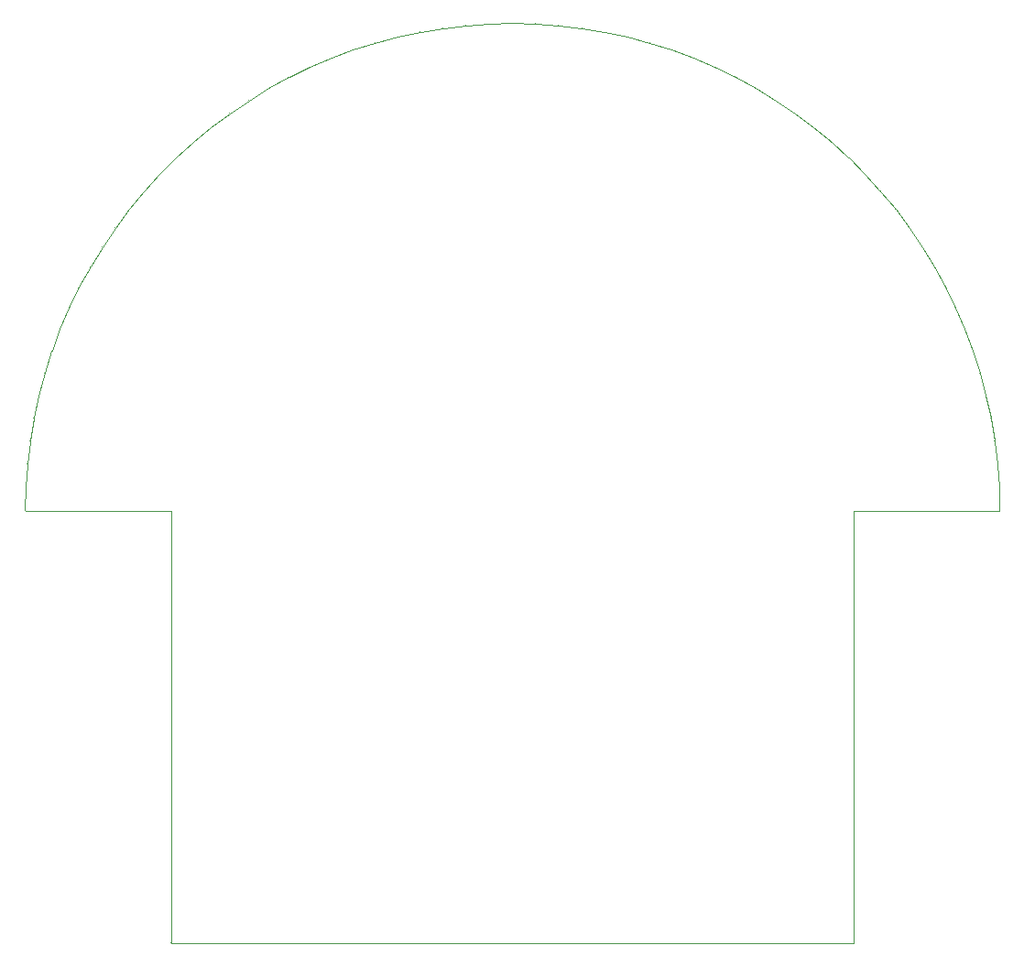
<source format=gbo>
%FSLAX25Y25*%
%MOIN*%
G70*
G01*
G75*
G04 Layer_Color=32896*
%ADD10R,0.03189X0.06299*%
%ADD11R,0.08268X0.11811*%
G04:AMPARAMS|DCode=12|XSize=98.43mil|YSize=196.85mil|CornerRadius=24.61mil|HoleSize=0mil|Usage=FLASHONLY|Rotation=180.000|XOffset=0mil|YOffset=0mil|HoleType=Round|Shape=RoundedRectangle|*
%AMROUNDEDRECTD12*
21,1,0.09843,0.14764,0,0,180.0*
21,1,0.04921,0.19685,0,0,180.0*
1,1,0.04921,-0.02461,0.07382*
1,1,0.04921,0.02461,0.07382*
1,1,0.04921,0.02461,-0.07382*
1,1,0.04921,-0.02461,-0.07382*
%
%ADD12ROUNDEDRECTD12*%
%ADD13C,0.05906*%
%ADD14R,0.07087X0.07087*%
%ADD15O,0.00984X0.03543*%
%ADD16O,0.03543X0.00984*%
G04:AMPARAMS|DCode=17|XSize=11.81mil|YSize=47.24mil|CornerRadius=2.95mil|HoleSize=0mil|Usage=FLASHONLY|Rotation=180.000|XOffset=0mil|YOffset=0mil|HoleType=Round|Shape=RoundedRectangle|*
%AMROUNDEDRECTD17*
21,1,0.01181,0.04134,0,0,180.0*
21,1,0.00591,0.04724,0,0,180.0*
1,1,0.00591,-0.00295,0.02067*
1,1,0.00591,0.00295,0.02067*
1,1,0.00591,0.00295,-0.02067*
1,1,0.00591,-0.00295,-0.02067*
%
%ADD17ROUNDEDRECTD17*%
G04:AMPARAMS|DCode=18|XSize=11.81mil|YSize=47.24mil|CornerRadius=2.95mil|HoleSize=0mil|Usage=FLASHONLY|Rotation=90.000|XOffset=0mil|YOffset=0mil|HoleType=Round|Shape=RoundedRectangle|*
%AMROUNDEDRECTD18*
21,1,0.01181,0.04134,0,0,90.0*
21,1,0.00591,0.04724,0,0,90.0*
1,1,0.00591,0.02067,0.00295*
1,1,0.00591,0.02067,-0.00295*
1,1,0.00591,-0.02067,-0.00295*
1,1,0.00591,-0.02067,0.00295*
%
%ADD18ROUNDEDRECTD18*%
G04:AMPARAMS|DCode=19|XSize=41.34mil|YSize=47.24mil|CornerRadius=10.34mil|HoleSize=0mil|Usage=FLASHONLY|Rotation=180.000|XOffset=0mil|YOffset=0mil|HoleType=Round|Shape=RoundedRectangle|*
%AMROUNDEDRECTD19*
21,1,0.04134,0.02658,0,0,180.0*
21,1,0.02067,0.04724,0,0,180.0*
1,1,0.02067,-0.01034,0.01329*
1,1,0.02067,0.01034,0.01329*
1,1,0.02067,0.01034,-0.01329*
1,1,0.02067,-0.01034,-0.01329*
%
%ADD19ROUNDEDRECTD19*%
G04:AMPARAMS|DCode=20|XSize=41.34mil|YSize=47.24mil|CornerRadius=10.34mil|HoleSize=0mil|Usage=FLASHONLY|Rotation=270.000|XOffset=0mil|YOffset=0mil|HoleType=Round|Shape=RoundedRectangle|*
%AMROUNDEDRECTD20*
21,1,0.04134,0.02658,0,0,270.0*
21,1,0.02067,0.04724,0,0,270.0*
1,1,0.02067,-0.01329,-0.01034*
1,1,0.02067,-0.01329,0.01034*
1,1,0.02067,0.01329,0.01034*
1,1,0.02067,0.01329,-0.01034*
%
%ADD20ROUNDEDRECTD20*%
G04:AMPARAMS|DCode=21|XSize=21.65mil|YSize=39.37mil|CornerRadius=5.41mil|HoleSize=0mil|Usage=FLASHONLY|Rotation=270.000|XOffset=0mil|YOffset=0mil|HoleType=Round|Shape=RoundedRectangle|*
%AMROUNDEDRECTD21*
21,1,0.02165,0.02854,0,0,270.0*
21,1,0.01083,0.03937,0,0,270.0*
1,1,0.01083,-0.01427,-0.00541*
1,1,0.01083,-0.01427,0.00541*
1,1,0.01083,0.01427,0.00541*
1,1,0.01083,0.01427,-0.00541*
%
%ADD21ROUNDEDRECTD21*%
%ADD22C,0.01575*%
%ADD23C,0.00787*%
%ADD24C,0.00394*%
%ADD25C,0.00394*%
%ADD26O,0.07087X0.06299*%
G04:AMPARAMS|DCode=27|XSize=37.4mil|YSize=37.4mil|CornerRadius=9.35mil|HoleSize=0mil|Usage=FLASHONLY|Rotation=90.000|XOffset=0mil|YOffset=0mil|HoleType=Round|Shape=RoundedRectangle|*
%AMROUNDEDRECTD27*
21,1,0.03740,0.01870,0,0,90.0*
21,1,0.01870,0.03740,0,0,90.0*
1,1,0.01870,0.00935,0.00935*
1,1,0.01870,0.00935,-0.00935*
1,1,0.01870,-0.00935,-0.00935*
1,1,0.01870,-0.00935,0.00935*
%
%ADD27ROUNDEDRECTD27*%
%ADD28C,0.03740*%
%ADD29C,0.01969*%
%ADD30C,0.03937*%
%ADD31C,0.00984*%
%ADD32C,0.01000*%
%ADD33R,0.03989X0.07099*%
%ADD34R,0.09068X0.12611*%
G04:AMPARAMS|DCode=35|XSize=106.42mil|YSize=204.85mil|CornerRadius=28.61mil|HoleSize=0mil|Usage=FLASHONLY|Rotation=180.000|XOffset=0mil|YOffset=0mil|HoleType=Round|Shape=RoundedRectangle|*
%AMROUNDEDRECTD35*
21,1,0.10642,0.14764,0,0,180.0*
21,1,0.04921,0.20485,0,0,180.0*
1,1,0.05721,-0.02461,0.07382*
1,1,0.05721,0.02461,0.07382*
1,1,0.05721,0.02461,-0.07382*
1,1,0.05721,-0.02461,-0.07382*
%
%ADD35ROUNDEDRECTD35*%
%ADD36C,0.06706*%
%ADD37R,0.07887X0.07887*%
%ADD38O,0.01784X0.04343*%
%ADD39O,0.04343X0.01784*%
G04:AMPARAMS|DCode=40|XSize=19.81mil|YSize=55.24mil|CornerRadius=6.95mil|HoleSize=0mil|Usage=FLASHONLY|Rotation=180.000|XOffset=0mil|YOffset=0mil|HoleType=Round|Shape=RoundedRectangle|*
%AMROUNDEDRECTD40*
21,1,0.01981,0.04134,0,0,180.0*
21,1,0.00591,0.05524,0,0,180.0*
1,1,0.01391,-0.00295,0.02067*
1,1,0.01391,0.00295,0.02067*
1,1,0.01391,0.00295,-0.02067*
1,1,0.01391,-0.00295,-0.02067*
%
%ADD40ROUNDEDRECTD40*%
G04:AMPARAMS|DCode=41|XSize=19.81mil|YSize=55.24mil|CornerRadius=6.95mil|HoleSize=0mil|Usage=FLASHONLY|Rotation=90.000|XOffset=0mil|YOffset=0mil|HoleType=Round|Shape=RoundedRectangle|*
%AMROUNDEDRECTD41*
21,1,0.01981,0.04134,0,0,90.0*
21,1,0.00591,0.05524,0,0,90.0*
1,1,0.01391,0.02067,0.00295*
1,1,0.01391,0.02067,-0.00295*
1,1,0.01391,-0.02067,-0.00295*
1,1,0.01391,-0.02067,0.00295*
%
%ADD41ROUNDEDRECTD41*%
G04:AMPARAMS|DCode=42|XSize=49.34mil|YSize=55.24mil|CornerRadius=14.34mil|HoleSize=0mil|Usage=FLASHONLY|Rotation=180.000|XOffset=0mil|YOffset=0mil|HoleType=Round|Shape=RoundedRectangle|*
%AMROUNDEDRECTD42*
21,1,0.04934,0.02658,0,0,180.0*
21,1,0.02067,0.05524,0,0,180.0*
1,1,0.02867,-0.01034,0.01329*
1,1,0.02867,0.01034,0.01329*
1,1,0.02867,0.01034,-0.01329*
1,1,0.02867,-0.01034,-0.01329*
%
%ADD42ROUNDEDRECTD42*%
G04:AMPARAMS|DCode=43|XSize=49.34mil|YSize=55.24mil|CornerRadius=14.34mil|HoleSize=0mil|Usage=FLASHONLY|Rotation=270.000|XOffset=0mil|YOffset=0mil|HoleType=Round|Shape=RoundedRectangle|*
%AMROUNDEDRECTD43*
21,1,0.04934,0.02658,0,0,270.0*
21,1,0.02067,0.05524,0,0,270.0*
1,1,0.02867,-0.01329,-0.01034*
1,1,0.02867,-0.01329,0.01034*
1,1,0.02867,0.01329,0.01034*
1,1,0.02867,0.01329,-0.01034*
%
%ADD43ROUNDEDRECTD43*%
G04:AMPARAMS|DCode=44|XSize=29.65mil|YSize=47.37mil|CornerRadius=9.41mil|HoleSize=0mil|Usage=FLASHONLY|Rotation=270.000|XOffset=0mil|YOffset=0mil|HoleType=Round|Shape=RoundedRectangle|*
%AMROUNDEDRECTD44*
21,1,0.02965,0.02854,0,0,270.0*
21,1,0.01083,0.04737,0,0,270.0*
1,1,0.01883,-0.01427,-0.00541*
1,1,0.01883,-0.01427,0.00541*
1,1,0.01883,0.01427,0.00541*
1,1,0.01883,0.01427,-0.00541*
%
%ADD44ROUNDEDRECTD44*%
%ADD45O,0.07887X0.07099*%
G04:AMPARAMS|DCode=46|XSize=45.4mil|YSize=45.4mil|CornerRadius=13.35mil|HoleSize=0mil|Usage=FLASHONLY|Rotation=90.000|XOffset=0mil|YOffset=0mil|HoleType=Round|Shape=RoundedRectangle|*
%AMROUNDEDRECTD46*
21,1,0.04540,0.01870,0,0,90.0*
21,1,0.01870,0.04540,0,0,90.0*
1,1,0.02670,0.00935,0.00935*
1,1,0.02670,0.00935,-0.00935*
1,1,0.02670,-0.00935,-0.00935*
1,1,0.02670,-0.00935,0.00935*
%
%ADD46ROUNDEDRECTD46*%
%ADD47C,0.04540*%
%ADD48C,0.02769*%
D24*
X95893Y306684D02*
G03*
X95885Y306690I-110J-163D01*
G01*
X95894Y306684D02*
G03*
X95885Y306690I-111J-162D01*
G01*
X88685Y311078D02*
G03*
X88677Y311083I-103J-168D01*
G01*
X102884Y301953D02*
G03*
X102876Y301958I-118J-158D01*
G01*
X102884Y301953D02*
G03*
X102875Y301959I-118J-158D01*
G01*
X81269Y315128D02*
G03*
X81267Y315129I-87J-177D01*
G01*
X81276Y315124D02*
G03*
X81269Y315128I-94J-173D01*
G01*
X81276Y315124D02*
G03*
X81268Y315128I-94J-173D01*
G01*
X73682Y318813D02*
G03*
X73675Y318817I-85J-178D01*
G01*
X73684Y318812D02*
G03*
X73682Y318813I-87J-177D01*
G01*
X73683Y318813D02*
G03*
X73675Y318817I-86J-177D01*
G01*
X88685Y311078D02*
G03*
X88677Y311083I-103J-168D01*
G01*
X122397Y285840D02*
G03*
X122390Y285847I-139J-139D01*
G01*
X128366Y279872D02*
G03*
X128360Y279878I-145J-133D01*
G01*
X128367Y279870D02*
G03*
X128366Y279872I-146J-132D01*
G01*
X122391Y285846D02*
G03*
X122390Y285847I-133J-145D01*
G01*
X122397Y285840D02*
G03*
X122391Y285846I-139J-139D01*
G01*
X134045Y273624D02*
G03*
X134038Y273631I-152J-125D01*
G01*
X128366Y279871D02*
G03*
X128360Y279878I-146J-132D01*
G01*
X109642Y296894D02*
G03*
X109634Y296899I-125J-152D01*
G01*
X109642Y296894D02*
G03*
X109634Y296899I-125J-152D01*
G01*
X116150Y291519D02*
G03*
X116144Y291525I-132J-146D01*
G01*
X116152Y291518D02*
G03*
X116150Y291519I-133J-145D01*
G01*
X116151Y291519D02*
G03*
X116144Y291525I-132J-146D01*
G01*
X25247Y333036D02*
G03*
X25236Y333038I-34J-194D01*
G01*
X25246Y333037D02*
G03*
X25236Y333038I-33J-194D01*
G01*
X16864Y334039D02*
G03*
X16855Y334040I-23J-196D01*
G01*
X33570Y331637D02*
G03*
X33561Y331638I-42J-192D01*
G01*
X33571Y331637D02*
G03*
X33570Y331637I-42J-192D01*
G01*
X33571Y331637D02*
G03*
X33560Y331639I-42J-192D01*
G01*
X8444Y334641D02*
G03*
X8433Y334642I-14J-196D01*
G01*
X8444Y334641D02*
G03*
X8434Y334642I-14J-196D01*
G01*
X6Y334842D02*
G03*
X-5Y334843I-6J-197D01*
G01*
X16864Y334039D02*
G03*
X16855Y334040I-23J-196D01*
G01*
X58013Y325086D02*
G03*
X58005Y325089I-68J-185D01*
G01*
X58015Y325086D02*
G03*
X58013Y325086I-69J-184D01*
G01*
X65923Y322136D02*
G03*
X65914Y322140I-78J-181D01*
G01*
X58014Y325086D02*
G03*
X58005Y325089I-69J-184D01*
G01*
X65915Y322139D02*
G03*
X65914Y322140I-69J-184D01*
G01*
X65923Y322136D02*
G03*
X65915Y322139I-78J-181D01*
G01*
X41819Y329842D02*
G03*
X41810Y329844I-51J-190D01*
G01*
X41820Y329842D02*
G03*
X41819Y329842I-51J-190D01*
G01*
X41819Y329842D02*
G03*
X41810Y329844I-51J-190D01*
G01*
X49973Y327657D02*
G03*
X49964Y327660I-60J-188D01*
G01*
X49964Y327659D02*
G03*
X49964Y327660I-51J-190D01*
G01*
X49973Y327657D02*
G03*
X49964Y327659I-60J-188D01*
G01*
X172364Y199291D02*
G03*
X172362Y199300I-192J-42D01*
G01*
X172364Y199290D02*
G03*
X172364Y199291I-192J-42D01*
G01*
X170179Y207445D02*
G03*
X170176Y207454I-190J-51D01*
G01*
X170179Y207444D02*
G03*
X170179Y207445I-190J-51D01*
G01*
X172362Y199299D02*
G03*
X172362Y199300I-190J-51D01*
G01*
X172364Y199291D02*
G03*
X172362Y199299I-192J-42D01*
G01*
X174158Y191041D02*
G03*
X174156Y191051I-194J-32D01*
G01*
X174158Y191042D02*
G03*
X174156Y191051I-194J-33D01*
G01*
X167609Y215485D02*
G03*
X167606Y215494I-188J-60D01*
G01*
X167606Y215494D02*
G03*
X167606Y215495I-185J-68D01*
G01*
X167609Y215485D02*
G03*
X167606Y215494I-188J-60D01*
G01*
X164659Y223395D02*
G03*
X164656Y223404I-184J-69D01*
G01*
X164659Y223394D02*
G03*
X164659Y223395I-185J-68D01*
G01*
X170179Y207445D02*
G03*
X170176Y207454I-190J-51D01*
G01*
X177162Y165914D02*
G03*
X177161Y165924I-197J-3D01*
G01*
X177162Y165910D02*
G03*
X177162Y165914I-197J0D01*
G01*
X176560Y174335D02*
G03*
X176559Y174344I-196J-14D01*
G01*
X177162Y165915D02*
G03*
X177161Y165924I-197J-5D01*
G01*
X177362Y157480D02*
G03*
X177362Y157485I-197J0D01*
G01*
X177362Y157480D02*
G03*
X177362Y157486I-197J0D01*
G01*
X177165Y157283D02*
G03*
X177362Y157480I0J197D01*
G01*
X177165Y157283D02*
G03*
X177362Y157480I0J197D01*
G01*
X175558Y182717D02*
G03*
X175556Y182726I-196J-23D01*
G01*
X176560Y174335D02*
G03*
X176559Y174344I-196J-14D01*
G01*
X175558Y182717D02*
G03*
X175556Y182727I-196J-23D01*
G01*
X149209Y253366D02*
G03*
X149203Y253375I-168J-103D01*
G01*
X149209Y253366D02*
G03*
X149204Y253374I-168J-103D01*
G01*
X144478Y260356D02*
G03*
X144472Y260364I-164J-109D01*
G01*
X153603Y246157D02*
G03*
X153598Y246165I-173J-94D01*
G01*
X153603Y246157D02*
G03*
X153598Y246165I-173J-94D01*
G01*
X139419Y267115D02*
G03*
X139413Y267122I-158J-118D01*
G01*
X139419Y267115D02*
G03*
X139413Y267122I-158J-118D01*
G01*
X134039Y273631D02*
G03*
X134038Y273632I-146J-132D01*
G01*
X134045Y273624D02*
G03*
X134039Y273631I-152J-125D01*
G01*
X144478Y260357D02*
G03*
X144472Y260364I-163J-110D01*
G01*
X161333Y231163D02*
G03*
X161332Y231164I-178J-85D01*
G01*
X161336Y231155D02*
G03*
X161333Y231163I-181J-78D01*
G01*
X161336Y231155D02*
G03*
X161332Y231164I-181J-78D01*
G01*
X157648Y238749D02*
G03*
X157644Y238757I-177J-87D01*
G01*
X157648Y238747D02*
G03*
X157648Y238749I-178J-85D01*
G01*
X164659Y223395D02*
G03*
X164656Y223404I-184J-69D01*
G01*
X157648Y238748D02*
G03*
X157644Y238757I-177J-86D01*
G01*
X124016Y-197D02*
G03*
X124213Y0I0J197D01*
G01*
X124016Y-197D02*
G03*
X124213Y0I0J197D01*
G01*
X5Y334843D02*
G03*
X-6Y334842I-5J-197D01*
G01*
X-8433Y334642D02*
G03*
X-8444Y334641I3J-197D01*
G01*
X-8435Y334642D02*
G03*
X-8444Y334641I5J-197D01*
G01*
X-16855Y334040D02*
G03*
X-16864Y334039I14J-196D01*
G01*
X-16855Y334040D02*
G03*
X-16864Y334039I14J-196D01*
G01*
X-25237Y333038D02*
G03*
X-25246Y333037I23J-196D01*
G01*
X-25237Y333038D02*
G03*
X-25247Y333036I23J-196D01*
G01*
X-33560Y331639D02*
G03*
X-33571Y331637I32J-194D01*
G01*
X-33562Y331638D02*
G03*
X-33571Y331637I33J-194D01*
G01*
X-41810Y329844D02*
G03*
X-41819Y329842I42J-192D01*
G01*
X-41819Y329842D02*
G03*
X-41820Y329842I51J-190D01*
G01*
X-41810Y329844D02*
G03*
X-41819Y329842I42J-192D01*
G01*
X-49965Y327659D02*
G03*
X-49973Y327657I51J-190D01*
G01*
X-49964Y327660D02*
G03*
X-49965Y327659I51J-190D01*
G01*
X-49964Y327660D02*
G03*
X-49973Y327657I51J-190D01*
G01*
X-58005Y325089D02*
G03*
X-58014Y325086I60J-188D01*
G01*
X-58013Y325086D02*
G03*
X-58015Y325086I68J-185D01*
G01*
X-58005Y325089D02*
G03*
X-58013Y325086I60J-188D01*
G01*
X-65915Y322139D02*
G03*
X-65923Y322136I69J-184D01*
G01*
X-65914Y322140D02*
G03*
X-65915Y322139I68J-185D01*
G01*
X-65915Y322139D02*
G03*
X-65923Y322136I69J-184D01*
G01*
X-73675Y318817D02*
G03*
X-73683Y318813I78J-181D01*
G01*
X-73682Y318813D02*
G03*
X-73684Y318812I85J-178D01*
G01*
X-73675Y318817D02*
G03*
X-73682Y318813I78J-181D01*
G01*
X-81269Y315128D02*
G03*
X-81276Y315124I87J-177D01*
G01*
X-81267Y315129D02*
G03*
X-81269Y315128I85J-178D01*
G01*
X-81268Y315128D02*
G03*
X-81276Y315124I86J-177D01*
G01*
X-88677Y311083D02*
G03*
X-88685Y311078I94J-173D01*
G01*
X-88677Y311083D02*
G03*
X-88685Y311078I94J-173D01*
G01*
X-95885Y306689D02*
G03*
X-95893Y306684I103J-168D01*
G01*
X-95885Y306689D02*
G03*
X-95894Y306684I103J-168D01*
G01*
X-102875Y301959D02*
G03*
X-102884Y301953I109J-164D01*
G01*
X-102876Y301958D02*
G03*
X-102884Y301953I110J-163D01*
G01*
X-109634Y296899D02*
G03*
X-109642Y296894I118J-158D01*
G01*
X-109634Y296899D02*
G03*
X-109642Y296894I118J-158D01*
G01*
X-116144Y291525D02*
G03*
X-116151Y291519I125J-152D01*
G01*
X-116150Y291519D02*
G03*
X-116152Y291518I132J-146D01*
G01*
X-116144Y291525D02*
G03*
X-116150Y291519I125J-152D01*
G01*
X-122391Y285846D02*
G03*
X-122397Y285840I133J-145D01*
G01*
X-122390Y285847D02*
G03*
X-122391Y285846I132J-146D01*
G01*
X-122391Y285847D02*
G03*
X-122397Y285840I132J-146D01*
G01*
X-128360Y279878D02*
G03*
X-128366Y279871I139J-139D01*
G01*
X-128366Y279872D02*
G03*
X-128367Y279870I145J-133D01*
G01*
X-128360Y279878D02*
G03*
X-128366Y279872I139J-139D01*
G01*
X-134039Y273631D02*
G03*
X-134045Y273624I146J-132D01*
G01*
X-134038Y273632D02*
G03*
X-134039Y273631I145J-133D01*
G01*
X-134038Y273631D02*
G03*
X-134045Y273624I146J-132D01*
G01*
X-139413Y267122D02*
G03*
X-139419Y267115I152J-125D01*
G01*
X-139413Y267122D02*
G03*
X-139419Y267115I152J-125D01*
G01*
X-144472Y260364D02*
G03*
X-144478Y260357I158J-118D01*
G01*
X-144472Y260364D02*
G03*
X-144478Y260356I158J-118D01*
G01*
X-149203Y253375D02*
G03*
X-149209Y253366I162J-111D01*
G01*
X-149204Y253374D02*
G03*
X-149209Y253366I163J-110D01*
G01*
X-153598Y246165D02*
G03*
X-153603Y246157I168J-103D01*
G01*
X-153598Y246165D02*
G03*
X-153603Y246157I168J-103D01*
G01*
X-124213Y-0D02*
G03*
X-124016Y-197I197J0D01*
G01*
X-124213Y-0D02*
G03*
X-124016Y-197I197J0D01*
G01*
X-157644Y238756D02*
G03*
X-157648Y238748I173J-94D01*
G01*
X-157648Y238749D02*
G03*
X-157649Y238747I177J-87D01*
G01*
X-157644Y238756D02*
G03*
X-157648Y238749I173J-94D01*
G01*
X-161333Y231163D02*
G03*
X-161336Y231155I178J-85D01*
G01*
X-161332Y231164D02*
G03*
X-161333Y231163I177J-87D01*
G01*
X-161332Y231164D02*
G03*
X-161336Y231155I177J-86D01*
G01*
X-164656Y223404D02*
G03*
X-164659Y223395I181J-78D01*
G01*
X-164659Y223395D02*
G03*
X-164659Y223394I184J-69D01*
G01*
X-164656Y223404D02*
G03*
X-164659Y223395I181J-78D01*
G01*
X-167606Y215494D02*
G03*
X-167609Y215485I185J-68D01*
G01*
X-167606Y215495D02*
G03*
X-167606Y215494I184J-69D01*
G01*
X-167606Y215494D02*
G03*
X-167609Y215485I184J-69D01*
G01*
X-170177Y207453D02*
G03*
X-170179Y207445I188J-60D01*
G01*
X-170179Y207445D02*
G03*
X-170179Y207444I190J-51D01*
G01*
X-170177Y207453D02*
G03*
X-170179Y207445I188J-60D01*
G01*
X-172362Y199299D02*
G03*
X-172364Y199291I190J-51D01*
G01*
X-172362Y199300D02*
G03*
X-172362Y199299I190J-51D01*
G01*
X-172364Y199291D02*
G03*
X-172364Y199290I192J-42D01*
G01*
X-172362Y199300D02*
G03*
X-172364Y199291I190J-51D01*
G01*
X-174156Y191051D02*
G03*
X-174158Y191042I192J-42D01*
G01*
X-174156Y191051D02*
G03*
X-174158Y191041I192J-42D01*
G01*
X-175556Y182727D02*
G03*
X-175558Y182717I194J-34D01*
G01*
X-175556Y182726D02*
G03*
X-175558Y182717I194J-33D01*
G01*
X-176559Y174344D02*
G03*
X-176560Y174335I196J-23D01*
G01*
X-176559Y174344D02*
G03*
X-176560Y174335I196J-23D01*
G01*
X-177161Y165924D02*
G03*
X-177162Y165915I196J-14D01*
G01*
X-177161Y165924D02*
G03*
X-177162Y165914I196J-14D01*
G01*
X-177362Y157485D02*
G03*
X-177165Y157283I197J-5D01*
G01*
X-177362Y157486D02*
G03*
X-177165Y157283I197J-6D01*
G01*
X88685Y311078D02*
X95885Y306690D01*
X102884Y301953D02*
X109634Y296899D01*
X102875Y301959D02*
X102876Y301958D01*
X95894Y306684D02*
X102875Y301959D01*
X95893Y306684D02*
X95894Y306684D01*
X81268Y315128D02*
X81269Y315128D01*
X81267Y315129D02*
X81268Y315128D01*
X73684Y318812D02*
X81267Y315129D01*
X73683Y318813D02*
X73684Y318812D01*
X73682Y318813D02*
X73683Y318813D01*
X81276Y315124D02*
X88677Y311083D01*
X122397Y285840D02*
X128360Y279878D01*
X122390Y285847D02*
X122391Y285846D01*
X122390Y285847D02*
X122390Y285847D01*
X116152Y291518D02*
X122390Y285847D01*
X116151Y291519D02*
X116152Y291518D01*
X116150Y291519D02*
X116151Y291519D01*
X128366Y279872D02*
X128366Y279871D01*
X128367Y279870D01*
X134038Y273632D01*
X134038Y273631D01*
X134039Y273631D01*
X109642Y296894D02*
X116144Y291525D01*
X16864Y334039D02*
X25236Y333038D01*
X41810Y329844D02*
X41810Y329844D01*
X41810Y329844D02*
X41810Y329844D01*
X33571Y331637D02*
X41810Y329844D01*
X33571Y331637D02*
X33571Y331637D01*
X33570Y331637D02*
X33571Y331637D01*
X33560Y331639D02*
X33561Y331638D01*
X25247Y333036D02*
X33560Y331639D01*
X25246Y333037D02*
X25247Y333036D01*
X8433Y334642D02*
X8434Y334642D01*
X6Y334842D02*
X8433Y334642D01*
X5Y334843D02*
X6Y334842D01*
X8444Y334641D02*
X16855Y334040D01*
X65914Y322140D02*
X65915Y322139D01*
X65914Y322140D02*
X65914Y322140D01*
X58015Y325086D02*
X65914Y322140D01*
X58014Y325086D02*
X58015Y325086D01*
X58013Y325086D02*
X58014Y325086D01*
X49973Y327657D02*
X58005Y325089D01*
X65923Y322136D02*
X73675Y318817D01*
X49964Y327660D02*
X49964Y327659D01*
X49964Y327660D02*
X49964Y327660D01*
X41820Y329842D02*
X49964Y327660D01*
X41819Y329842D02*
X41820Y329842D01*
X41819Y329842D02*
X41819Y329842D01*
X172364Y199291D02*
X172364Y199291D01*
X172364Y199290D01*
X174156Y191051D01*
X174156Y191051D01*
X174156Y191051D01*
X170179Y207445D02*
X170179Y207445D01*
X170179Y207444D01*
X172362Y199300D01*
X172362Y199300D01*
X172362Y199299D01*
X174158Y191042D02*
X174158Y191041D01*
X175556Y182727D01*
X175556Y182726D01*
X164659Y223395D02*
X164659Y223395D01*
X164659Y223394D01*
X167606Y215495D01*
X167606Y215494D01*
X167606Y215494D01*
X167609Y215485D02*
X170176Y207454D01*
X177162Y165915D02*
X177162Y165914D01*
X177362Y157486D01*
X177362Y157485D01*
X176560Y174335D02*
X177161Y165924D01*
X175558Y182717D02*
X176559Y174344D01*
X124213Y157283D02*
X177165Y157283D01*
X144478Y260357D02*
X144478Y260356D01*
X149203Y253375D01*
X149204Y253374D01*
X149209Y253366D02*
X153598Y246165D01*
X134045Y273624D02*
X139413Y267122D01*
X139419Y267115D02*
X144472Y260364D01*
X157648Y238749D02*
X157648Y238748D01*
X157648Y238747D01*
X161332Y231164D01*
X161332Y231164D01*
X161333Y231163D01*
X161336Y231155D02*
X164656Y223404D01*
X153603Y246157D02*
X157644Y238757D01*
X124213Y0D02*
Y157283D01*
X-6Y334842D02*
X-5Y334843D01*
X-8433Y334642D02*
X-6Y334842D01*
X-8435Y334642D02*
X-8433Y334642D01*
X-16855Y334040D02*
X-8444Y334641D01*
X-25237Y333038D02*
X-16864Y334039D01*
X-25247Y333036D02*
X-25246Y333037D01*
X-33560Y331639D02*
X-25247Y333036D01*
X-33562Y331638D02*
X-33560Y331639D01*
X-41810Y329844D02*
X-33571Y331637D01*
X-41819Y329842D02*
X-41819Y329842D01*
X-41820Y329842D02*
X-41819Y329842D01*
X-49964Y327660D02*
X-41820Y329842D01*
X-49964Y327660D02*
X-49964Y327660D01*
X-49965Y327659D02*
X-49964Y327660D01*
X-58005Y325089D02*
X-49973Y327657D01*
X-58014Y325086D02*
X-58013Y325086D01*
X-58015Y325086D02*
X-58014Y325086D01*
X-65914Y322140D02*
X-58015Y325086D01*
X-65915Y322139D02*
X-65914Y322140D01*
X-65915Y322139D02*
X-65915Y322139D01*
X-73675Y318817D02*
X-65923Y322136D01*
X-73683Y318813D02*
X-73682Y318813D01*
X-73684Y318812D02*
X-73683Y318813D01*
X-81267Y315129D02*
X-73684Y318812D01*
X-81268Y315128D02*
X-81267Y315129D01*
X-81269Y315128D02*
X-81268Y315128D01*
X-88677Y311083D02*
X-81276Y315124D01*
X-95885Y306689D02*
X-88685Y311078D01*
X-95894Y306684D02*
X-95893Y306684D01*
X-102875Y301959D02*
X-95894Y306684D01*
X-102876Y301958D02*
X-102875Y301959D01*
X-109634Y296899D02*
X-102884Y301953D01*
X-116144Y291525D02*
X-109642Y296894D01*
X-116151Y291519D02*
X-116150Y291519D01*
X-116152Y291518D02*
X-116151Y291519D01*
X-122390Y285847D02*
X-116152Y291518D01*
X-122391Y285847D02*
X-122390Y285847D01*
X-122391Y285846D02*
X-122391Y285847D01*
X-128360Y279878D02*
X-122397Y285840D01*
X-128366Y279871D02*
X-128366Y279872D01*
X-128367Y279870D02*
X-128366Y279871D01*
X-134038Y273632D02*
X-128367Y279870D01*
X-134038Y273631D02*
X-134038Y273632D01*
X-134039Y273631D02*
X-134038Y273631D01*
X-139413Y267122D02*
X-134045Y273624D01*
X-144472Y260364D02*
X-139419Y267115D01*
X-144478Y260356D02*
X-144478Y260357D01*
X-149203Y253375D02*
X-144478Y260356D01*
X-149204Y253374D02*
X-149203Y253375D01*
X-153598Y246165D02*
X-149209Y253366D01*
X-124016Y-197D02*
X124016Y-197D01*
X-124213Y-0D02*
Y157283D01*
X-157644Y238756D02*
X-153603Y246157D01*
X-157648Y238748D02*
X-157648Y238749D01*
X-157649Y238747D02*
X-157648Y238748D01*
X-161332Y231164D02*
X-157649Y238747D01*
X-161332Y231164D02*
X-161332Y231164D01*
X-161333Y231163D02*
X-161332Y231164D01*
X-177165Y157283D02*
X-124213Y157283D01*
X-164656Y223404D02*
X-161336Y231155D01*
X-164659Y223395D02*
X-164659Y223395D01*
X-164659Y223394D02*
X-164659Y223395D01*
X-167606Y215495D02*
X-164659Y223394D01*
X-167606Y215494D02*
X-167606Y215495D01*
X-167606Y215494D02*
X-167606Y215494D01*
X-170177Y207453D02*
X-167609Y215485D01*
X-170179Y207445D02*
X-170179Y207445D01*
X-170179Y207444D02*
X-170179Y207445D01*
X-172362Y199300D02*
X-170179Y207444D01*
X-172362Y199300D02*
X-172362Y199300D01*
X-172362Y199299D02*
X-172362Y199300D01*
X-172364Y199291D02*
X-172364Y199291D01*
X-172364Y199290D02*
X-172364Y199291D01*
X-174156Y191051D02*
X-172364Y199290D01*
X-174156Y191051D02*
X-174156Y191051D01*
X-174156Y191051D02*
X-174156Y191051D01*
X-174158Y191041D02*
X-174158Y191042D01*
X-175556Y182727D02*
X-174158Y191041D01*
X-175556Y182726D02*
X-175556Y182727D01*
X-176559Y174344D02*
X-175558Y182717D01*
X-177161Y165924D02*
X-176560Y174335D01*
X-177162Y165914D02*
X-177162Y165915D01*
X-177362Y157486D02*
X-177162Y165914D01*
X-177362Y157485D02*
X-177362Y157486D01*
D25*
X41810Y329844D02*
D03*
X174156Y191051D02*
D03*
X-174156Y191051D02*
D03*
M02*

</source>
